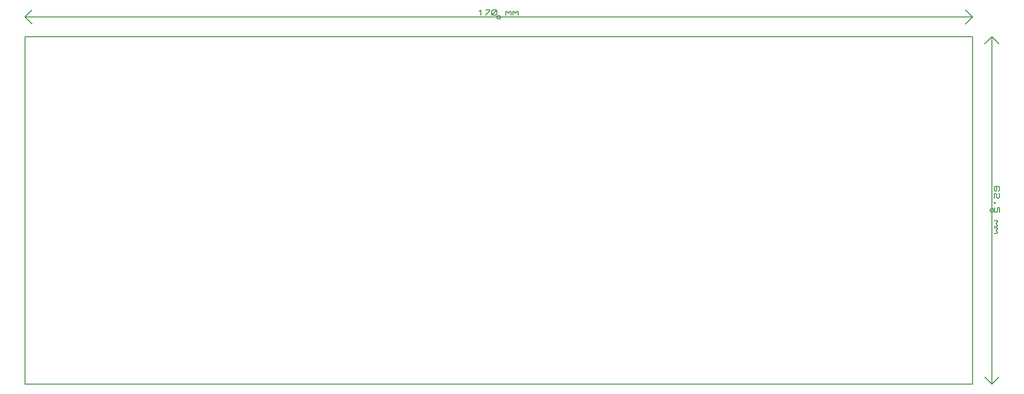
<source format=gbr>
G04 PROTEUS GERBER X2 FILE*
%TF.GenerationSoftware,Labcenter,Proteus,8.6-SP2-Build23525*%
%TF.CreationDate,2024-06-03T09:11:02+00:00*%
%TF.FileFunction,Other,Mechanical 2*%
%TF.FilePolarity,Positive*%
%TF.Part,Single*%
%FSLAX45Y45*%
%MOMM*%
G01*
%TA.AperFunction,Profile*%
%ADD17C,0.203200*%
%TA.AperFunction,NonMaterial*%
%ADD22C,0.203200*%
%TD.AperFunction*%
D17*
X-8000000Y-5000000D02*
X+9000000Y-5000000D01*
X+9000000Y+1250000D01*
X-8000000Y+1250000D01*
X-8000000Y-5000000D01*
D22*
X-8000000Y+1600000D02*
X+9000000Y+1600000D01*
X-8000000Y+1600000D02*
X-7873000Y+1473000D01*
X-8000000Y+1600000D02*
X-7873000Y+1727000D01*
X+9000000Y+1600000D02*
X+8873000Y+1727000D01*
X+9000000Y+1600000D02*
X+8873000Y+1473000D01*
X+531750Y+1600000D02*
X+531641Y+1602634D01*
X+530751Y+1607903D01*
X+528889Y+1613172D01*
X+525846Y+1618441D01*
X+521191Y+1623643D01*
X+515922Y+1627469D01*
X+510653Y+1629909D01*
X+505384Y+1631290D01*
X+500115Y+1631750D01*
X+500000Y+1631750D01*
X+468250Y+1600000D02*
X+468359Y+1602634D01*
X+469249Y+1607903D01*
X+471111Y+1613172D01*
X+474154Y+1618441D01*
X+478809Y+1623643D01*
X+484078Y+1627469D01*
X+489347Y+1629909D01*
X+494616Y+1631290D01*
X+499885Y+1631750D01*
X+500000Y+1631750D01*
X+468250Y+1600000D02*
X+468359Y+1597366D01*
X+469249Y+1592097D01*
X+471111Y+1586828D01*
X+474154Y+1581559D01*
X+478809Y+1576357D01*
X+484078Y+1572531D01*
X+489347Y+1570091D01*
X+494616Y+1568710D01*
X+499885Y+1568250D01*
X+500000Y+1568250D01*
X+531750Y+1600000D02*
X+531641Y+1597366D01*
X+530751Y+1592097D01*
X+528889Y+1586828D01*
X+525846Y+1581559D01*
X+521191Y+1576357D01*
X+515922Y+1572531D01*
X+510653Y+1570091D01*
X+505384Y+1568710D01*
X+500115Y+1568250D01*
X+500000Y+1568250D01*
X+150750Y+1701600D02*
X+182500Y+1732080D01*
X+182500Y+1640640D01*
X+261875Y+1732080D02*
X+341250Y+1732080D01*
X+341250Y+1716840D01*
X+261875Y+1640640D01*
X+373000Y+1655880D02*
X+373000Y+1716840D01*
X+388875Y+1732080D01*
X+452375Y+1732080D01*
X+468250Y+1716840D01*
X+468250Y+1655880D01*
X+452375Y+1640640D01*
X+388875Y+1640640D01*
X+373000Y+1655880D01*
X+373000Y+1640640D02*
X+468250Y+1732080D01*
X+627000Y+1640640D02*
X+627000Y+1701600D01*
X+627000Y+1686360D02*
X+642875Y+1701600D01*
X+674625Y+1671120D01*
X+706375Y+1701600D01*
X+722250Y+1686360D01*
X+722250Y+1640640D01*
X+754000Y+1640640D02*
X+754000Y+1701600D01*
X+754000Y+1686360D02*
X+769875Y+1701600D01*
X+801625Y+1671120D01*
X+833375Y+1701600D01*
X+849250Y+1686360D01*
X+849250Y+1640640D01*
X+9350000Y+1250000D02*
X+9350000Y-5000000D01*
X+9350000Y+1250000D02*
X+9223000Y+1123000D01*
X+9350000Y+1250000D02*
X+9477000Y+1123000D01*
X+9350000Y-5000000D02*
X+9477000Y-4873000D01*
X+9350000Y-5000000D02*
X+9223000Y-4873000D01*
X+9381750Y-1875000D02*
X+9381641Y-1872366D01*
X+9380751Y-1867097D01*
X+9378889Y-1861828D01*
X+9375846Y-1856559D01*
X+9371191Y-1851357D01*
X+9365922Y-1847531D01*
X+9360653Y-1845091D01*
X+9355384Y-1843710D01*
X+9350115Y-1843250D01*
X+9350000Y-1843250D01*
X+9318250Y-1875000D02*
X+9318359Y-1872366D01*
X+9319249Y-1867097D01*
X+9321111Y-1861828D01*
X+9324154Y-1856559D01*
X+9328809Y-1851357D01*
X+9334078Y-1847531D01*
X+9339347Y-1845091D01*
X+9344616Y-1843710D01*
X+9349885Y-1843250D01*
X+9350000Y-1843250D01*
X+9318250Y-1875000D02*
X+9318359Y-1877634D01*
X+9319249Y-1882903D01*
X+9321111Y-1888172D01*
X+9324154Y-1893441D01*
X+9328809Y-1898643D01*
X+9334078Y-1902469D01*
X+9339347Y-1904909D01*
X+9344616Y-1906290D01*
X+9349885Y-1906750D01*
X+9350000Y-1906750D01*
X+9381750Y-1875000D02*
X+9381641Y-1877634D01*
X+9380751Y-1882903D01*
X+9378889Y-1888172D01*
X+9375846Y-1893441D01*
X+9371191Y-1898643D01*
X+9365922Y-1902469D01*
X+9360653Y-1904909D01*
X+9355384Y-1906290D01*
X+9350115Y-1906750D01*
X+9350000Y-1906750D01*
X+9466840Y-1525750D02*
X+9482080Y-1509875D01*
X+9482080Y-1462250D01*
X+9466840Y-1446375D01*
X+9405880Y-1446375D01*
X+9390640Y-1462250D01*
X+9390640Y-1509875D01*
X+9405880Y-1525750D01*
X+9421120Y-1525750D01*
X+9436360Y-1509875D01*
X+9436360Y-1446375D01*
X+9466840Y-1573375D02*
X+9482080Y-1589250D01*
X+9482080Y-1636875D01*
X+9466840Y-1652750D01*
X+9451600Y-1652750D01*
X+9436360Y-1636875D01*
X+9436360Y-1589250D01*
X+9421120Y-1573375D01*
X+9390640Y-1573375D01*
X+9390640Y-1652750D01*
X+9405880Y-1732125D02*
X+9405880Y-1748000D01*
X+9390640Y-1748000D01*
X+9390640Y-1732125D01*
X+9405880Y-1732125D01*
X+9482080Y-1906750D02*
X+9482080Y-1827375D01*
X+9451600Y-1827375D01*
X+9451600Y-1890875D01*
X+9436360Y-1906750D01*
X+9405880Y-1906750D01*
X+9390640Y-1890875D01*
X+9390640Y-1843250D01*
X+9405880Y-1827375D01*
X+9390640Y-2065500D02*
X+9451600Y-2065500D01*
X+9436360Y-2065500D02*
X+9451600Y-2081375D01*
X+9421120Y-2113125D01*
X+9451600Y-2144875D01*
X+9436360Y-2160750D01*
X+9390640Y-2160750D01*
X+9390640Y-2192500D02*
X+9451600Y-2192500D01*
X+9436360Y-2192500D02*
X+9451600Y-2208375D01*
X+9421120Y-2240125D01*
X+9451600Y-2271875D01*
X+9436360Y-2287750D01*
X+9390640Y-2287750D01*
M02*

</source>
